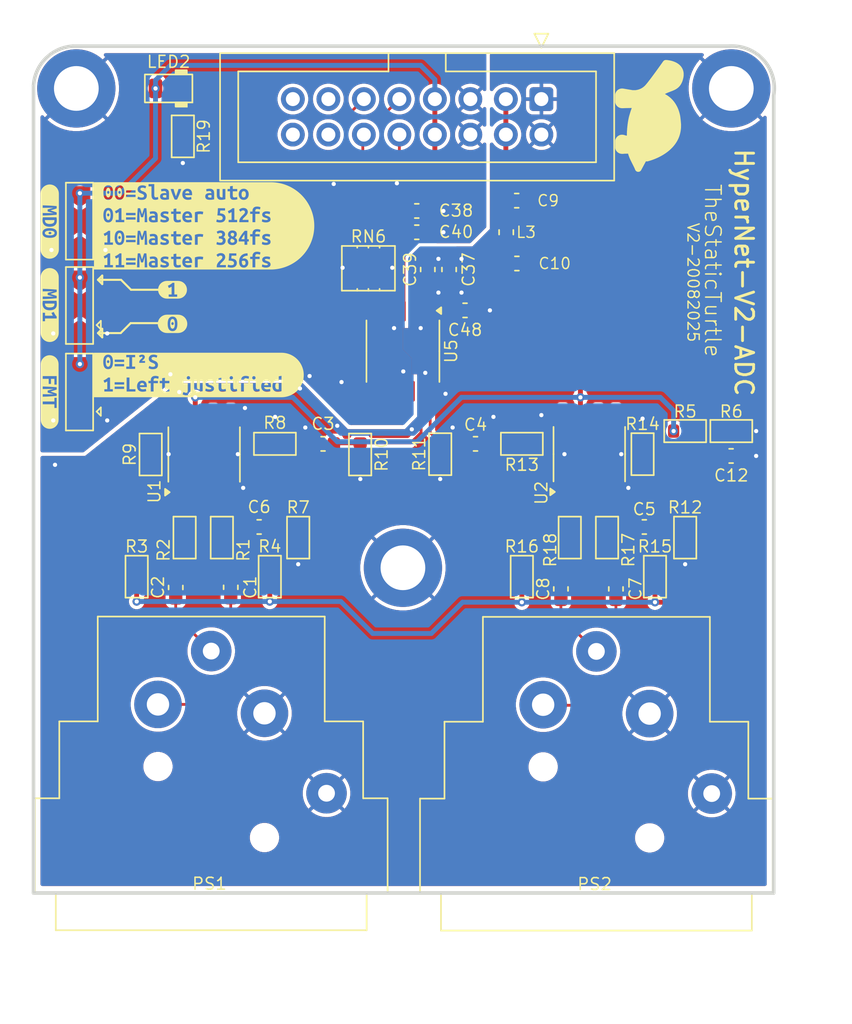
<source format=kicad_pcb>
(kicad_pcb
	(version 20241229)
	(generator "pcbnew")
	(generator_version "9.0")
	(general
		(thickness 1.6)
		(legacy_teardrops no)
	)
	(paper "A4")
	(title_block
		(title "HyperNet-V2-ADC")
		(date "2025-08-20")
		(rev "2")
		(company "TheStaticTurtle")
	)
	(layers
		(0 "F.Cu" signal "TopLayer")
		(2 "B.Cu" signal "BottomLayer")
		(9 "F.Adhes" user "F.Adhesive")
		(11 "B.Adhes" user "B.Adhesive")
		(13 "F.Paste" user "TopPasteMaskLayer")
		(15 "B.Paste" user "BottomPasteMaskLayer")
		(5 "F.SilkS" user "TopSilkLayer")
		(7 "B.SilkS" user "BottomSilkLayer")
		(1 "F.Mask" user "TopSolderMaskLayer")
		(3 "B.Mask" user "BottomSolderMaskLayer")
		(17 "Dwgs.User" user "Document")
		(19 "Cmts.User" user "User.Comments")
		(21 "Eco1.User" user "Multi-Layer")
		(23 "Eco2.User" user "Mechanical")
		(25 "Edge.Cuts" user "BoardOutLine")
		(27 "Margin" user)
		(31 "F.CrtYd" user "F.Courtyard")
		(29 "B.CrtYd" user "B.Courtyard")
		(35 "F.Fab" user "TopAssembly")
		(33 "B.Fab" user "BottomAssembly")
		(39 "User.1" user "DRCError")
		(41 "User.2" user "3DModel")
		(43 "User.3" user "ComponentShapeLayer")
		(45 "User.4" user "LeadShapeLayer")
	)
	(setup
		(pad_to_mask_clearance 0)
		(allow_soldermask_bridges_in_footprints no)
		(tenting front back)
		(aux_axis_origin 120 70)
		(pcbplotparams
			(layerselection 0x00000000_00000000_55555555_5755f5ff)
			(plot_on_all_layers_selection 0x00000000_00000000_00000000_00000000)
			(disableapertmacros no)
			(usegerberextensions no)
			(usegerberattributes yes)
			(usegerberadvancedattributes yes)
			(creategerberjobfile yes)
			(dashed_line_dash_ratio 12.000000)
			(dashed_line_gap_ratio 3.000000)
			(svgprecision 4)
			(plotframeref no)
			(mode 1)
			(useauxorigin no)
			(hpglpennumber 1)
			(hpglpenspeed 20)
			(hpglpendiameter 15.000000)
			(pdf_front_fp_property_popups yes)
			(pdf_back_fp_property_popups yes)
			(pdf_metadata yes)
			(pdf_single_document no)
			(dxfpolygonmode yes)
			(dxfimperialunits yes)
			(dxfusepcbnewfont yes)
			(psnegative no)
			(psa4output no)
			(plot_black_and_white yes)
			(plotinvisibletext no)
			(sketchpadsonfab no)
			(plotpadnumbers no)
			(hidednponfab no)
			(sketchdnponfab yes)
			(crossoutdnponfab yes)
			(subtractmaskfromsilk no)
			(outputformat 1)
			(mirror no)
			(drillshape 0)
			(scaleselection 1)
			(outputdirectory "fabrication/")
		)
	)
	(net 0 "")
	(net 1 "+3.3V")
	(net 2 "+5VA")
	(net 3 "GND")
	(net 4 "ADC_SCKI")
	(net 5 "ADC_BCK")
	(net 6 "ADC_LRCK")
	(net 7 "ADC_DATA_12")
	(net 8 "Net-(C1-Pad2)")
	(net 9 "Net-(C1-Pad1)")
	(net 10 "Net-(C2-Pad1)")
	(net 11 "Net-(C2-Pad2)")
	(net 12 "Net-(C3-Pad1)")
	(net 13 "Net-(U5-VINL)")
	(net 14 "Net-(U5-VINR)")
	(net 15 "Net-(C4-Pad1)")
	(net 16 "Net-(C5-Pad2)")
	(net 17 "Net-(U2-+)")
	(net 18 "Net-(U1-+)")
	(net 19 "Net-(C6-Pad2)")
	(net 20 "Net-(C7-Pad2)")
	(net 21 "Net-(C7-Pad1)")
	(net 22 "Net-(C8-Pad1)")
	(net 23 "Net-(C8-Pad2)")
	(net 24 "+2V5_BIAS")
	(net 25 "unconnected-(J3-Pin_14-Pad14)")
	(net 26 "unconnected-(J3-Pin_16-Pad16)")
	(net 27 "I2C_SCL")
	(net 28 "I2C_SDA")
	(net 29 "Net-(JP1-C)")
	(net 30 "Net-(JP2-C)")
	(net 31 "Net-(JP3-C)")
	(net 32 "Net-(LED2-K)")
	(net 33 "Net-(U1--)")
	(net 34 "Net-(R8-Pad1)")
	(net 35 "Net-(R13-Pad1)")
	(net 36 "Net-(U2--)")
	(net 37 "Net-(RN6-R4.1)")
	(net 38 "Net-(RN6-R3.1)")
	(net 39 "Net-(RN6-R2.1)")
	(net 40 "Net-(RN6-R1.1)")
	(net 41 "unconnected-(U1-NC-Pad1)")
	(net 42 "unconnected-(U1-NC-Pad8)")
	(net 43 "unconnected-(U1-NC-Pad5)")
	(net 44 "unconnected-(U2-NC-Pad8)")
	(net 45 "unconnected-(U2-NC-Pad1)")
	(net 46 "unconnected-(U2-NC-Pad5)")
	(net 47 "/ADC_VREF")
	(net 48 "+5VA_RAW")
	(footprint "PCM_Resistor_SMD_AKL:R_0603_1608Metric" (layer "F.Cu") (at 161.544 105.156 90))
	(footprint "MountingHole:MountingHole_3.2mm_M3_DIN965_Pad_TopBottom" (layer "F.Cu") (at 146.939 107.315))
	(footprint "Capacitor_SMD:C_0603_1608Metric" (layer "F.Cu") (at 162.179 108.826 90))
	(footprint "Package_SO:SOIC-8_3.9x4.9mm_P1.27mm" (layer "F.Cu") (at 160.274 99.187 90))
	(footprint "PCM_Resistor_SMD_AKL:R_0603_1608Metric" (layer "F.Cu") (at 164.084 99.187 90))
	(footprint "MountingHole:MountingHole_3.2mm_M3_DIN965_Pad_TopBottom" (layer "F.Cu") (at 170.434 73.025))
	(footprint "Jumper:SolderJumper-3_P2.0mm_Open_TrianglePad1.0x1.5mm" (layer "F.Cu") (at 123.825 88.550999 90))
	(footprint "Connector_Audio:Jack_XLR_Neutrik_NC3FAAH2_Horizontal" (layer "F.Cu") (at 164.592 117.747 -90))
	(footprint "Inductor_SMD:L_0603_1608Metric" (layer "F.Cu") (at 154.3304 83.312 -90))
	(footprint "PCM_Resistor_SMD_AKL:R_Array_Concave_4x0603" (layer "F.Cu") (at 144.469 85.891 90))
	(footprint "PCM_LED_SMD_AKL:LED_0805_2012Metric" (layer "F.Cu") (at 130.175 73.025 180))
	(footprint "PCM_Resistor_SMD_AKL:R_0603_1608Metric" (layer "F.Cu") (at 170.434 97.536))
	(footprint "PCM_Resistor_SMD_AKL:R_0603_1608Metric" (layer "F.Cu") (at 155.448 98.448 180))
	(footprint "PCM_Resistor_SMD_AKL:R_0603_1608Metric" (layer "F.Cu") (at 158.877 105.156 90))
	(footprint "kibuzzard-681A8634" (layer "F.Cu") (at 132.715 82.8548))
	(footprint "Capacitor_SMD:C_0603_1608Metric" (layer "F.Cu") (at 136.652 104.394))
	(footprint "PCM_Resistor_SMD_AKL:R_0603_1608Metric" (layer "F.Cu") (at 167.132 105.156 -90))
	(footprint "MountingHole:MountingHole_3.2mm_M3_DIN965_Pad_TopBottom" (layer "F.Cu") (at 123.571 73.025))
	(footprint "Capacitor_SMD:C_0603_1608Metric" (layer "F.Cu") (at 130.683 108.725 90))
	(footprint "Capacitor_SMD:C_0603_1608Metric" (layer "F.Cu") (at 170.421 99.314 180))
	(footprint "PCM_Resistor_SMD_AKL:R_0603_1608Metric" (layer "F.Cu") (at 133.985 105.156 90))
	(footprint "Capacitor_SMD:C_0603_1608Metric" (layer "F.Cu") (at 150.241 85.979 -90))
	(footprint "kibuzzard-68A61E98" (layer "F.Cu") (at 130.4544 89.8652))
	(footprint "Connector_IDC:IDC-Header_2x08_P2.54mm_Vertical" (layer "F.Cu") (at 156.845 73.787 -90))
	(footprint "Capacitor_SMD:C_0603_1608Metric" (layer "F.Cu") (at 152.133 98.448 180))
	(footprint "Capacitor_SMD:C_0603_1608Metric" (layer "F.Cu") (at 148.717 85.979 -90))
	(footprint "PCM_Resistor_SMD_AKL:R_0603_1608Metric" (layer "F.Cu") (at 139.446 105.156 -90))
	(footprint "PCM_Resistor_SMD_AKL:R_0603_1608Metric" (layer "F.Cu") (at 131.318 105.156 90))
	(footprint "kibuzzard-681A871A" (layer "F.Cu") (at 121.666 94.742 -90))
	(footprint "Capacitor_SMD:C_0603_1608Metric" (layer "F.Cu") (at 155.0924 85.5472))
	(footprint "PCM_Resistor_SMD_AKL:R_0603_1608Metric"
		(layer "F.Cu")
		(uuid "b4aef16c-28f3-4f13-bed6-11063f5cd203")
		(at 164.973 107.95 -90)
		(descr "Resistor SMD 0603 (1608 Metric), square (rectangular) end terminal, IPC_7351 nominal, (Body size source: IPC-SM-782 page 72, https://www.pcb-3d.com/wordpress/wp-content/uploads/ipc-sm-782a_amendment_1_and_2.pdf), Alternate KiCad Library")
		(tags "resistor")
		(property "Reference" "R15"
			(at -2.159 0 0)
			(layer "F.SilkS")
			(uuid "359cac00-f093-4943-84ff-6d694eb2f9cb")
			(effects
				(font
					(size 0.85 0.85)
					(thickness 0.11)
				)
			)
		)
		(property "Value" "100k"
			(at 0 1.43 270)
			(layer "F.Fab")
			(hide yes)
			(uuid "3361adcc-11ce-49ba-960d-4481e62dc1bc")
			(effects
				(font
					(size 1 1)
					(thickness 0.15)
				)
			)
		)
		(property "Datasheet" ""
			(at 0 0 270)
			(layer "F.Fab")
			(hide yes)
			(uuid "84dd8bbc-e5f8-4014-b575-6a5f6925d147")
			(effects
				(font
					(size 1.27 1.27)
					(thickness 0.15)
				)
			)
		)
		(property "Description" "SMD 0603 Chip Resistor, European Symbol, Al
... [484858 chars truncated]
</source>
